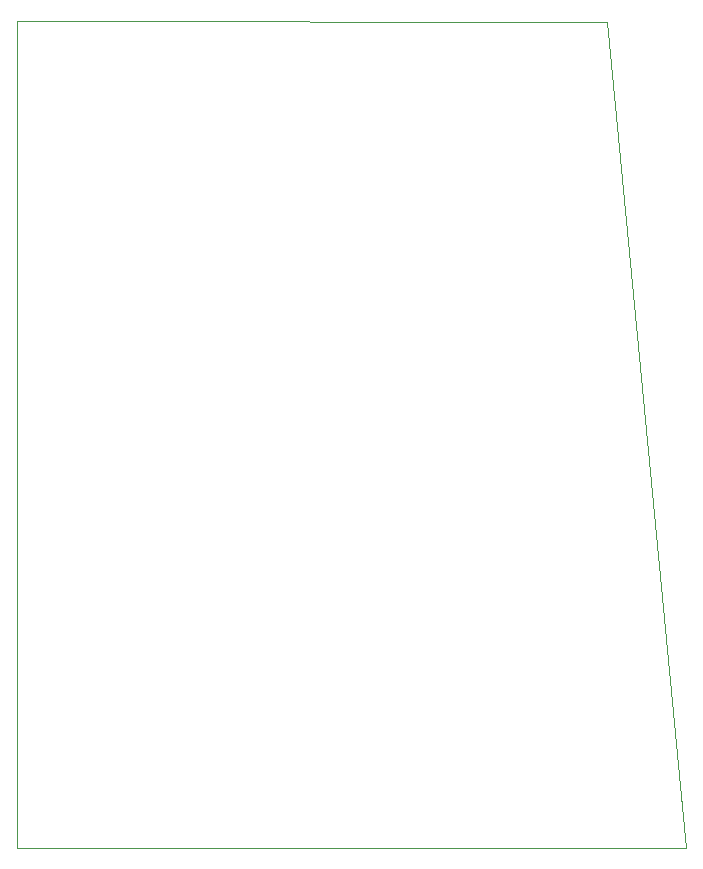
<source format=gbr>
G04 #@! TF.GenerationSoftware,KiCad,Pcbnew,(5.1.5)-3*
G04 #@! TF.CreationDate,2022-06-14T21:30:09+02:00*
G04 #@! TF.ProjectId,PC128S_ExtROM,50433132-3853-45f4-9578-74524f4d2e6b,rev?*
G04 #@! TF.SameCoordinates,Original*
G04 #@! TF.FileFunction,Profile,NP*
%FSLAX46Y46*%
G04 Gerber Fmt 4.6, Leading zero omitted, Abs format (unit mm)*
G04 Created by KiCad (PCBNEW (5.1.5)-3) date 2022-06-14 21:30:09*
%MOMM*%
%LPD*%
G04 APERTURE LIST*
%ADD10C,0.050000*%
G04 APERTURE END LIST*
D10*
X197231000Y-134262000D02*
X190500000Y-64325500D01*
X140589000Y-134262000D02*
X140589000Y-64262000D01*
X197231000Y-134262000D02*
X140589000Y-134262000D01*
X140589000Y-64262000D02*
X190500000Y-64325500D01*
M02*

</source>
